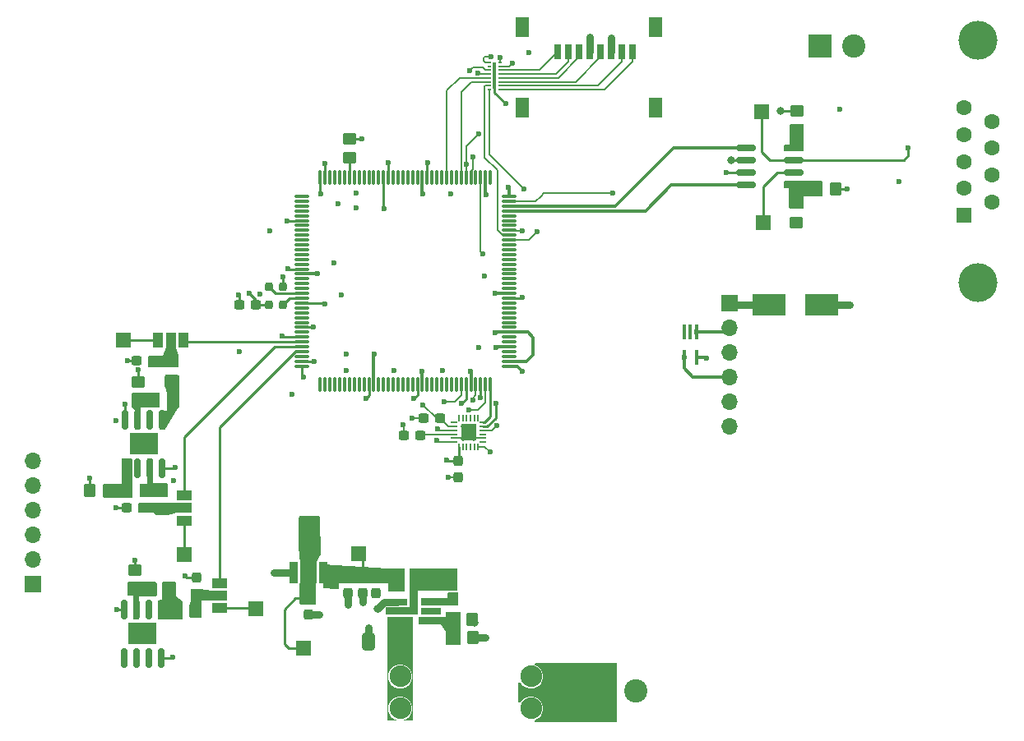
<source format=gtl>
G04 #@! TF.GenerationSoftware,KiCad,Pcbnew,(6.0.0-0)*
G04 #@! TF.CreationDate,2023-02-02T14:04:44-07:00*
G04 #@! TF.ProjectId,EVCU,45564355-2e6b-4696-9361-645f70636258,rev?*
G04 #@! TF.SameCoordinates,Original*
G04 #@! TF.FileFunction,Copper,L1,Top*
G04 #@! TF.FilePolarity,Positive*
%FSLAX46Y46*%
G04 Gerber Fmt 4.6, Leading zero omitted, Abs format (unit mm)*
G04 Created by KiCad (PCBNEW (6.0.0-0)) date 2023-02-02 14:04:44*
%MOMM*%
%LPD*%
G01*
G04 APERTURE LIST*
G04 Aperture macros list*
%AMRoundRect*
0 Rectangle with rounded corners*
0 $1 Rounding radius*
0 $2 $3 $4 $5 $6 $7 $8 $9 X,Y pos of 4 corners*
0 Add a 4 corners polygon primitive as box body*
4,1,4,$2,$3,$4,$5,$6,$7,$8,$9,$2,$3,0*
0 Add four circle primitives for the rounded corners*
1,1,$1+$1,$2,$3*
1,1,$1+$1,$4,$5*
1,1,$1+$1,$6,$7*
1,1,$1+$1,$8,$9*
0 Add four rect primitives between the rounded corners*
20,1,$1+$1,$2,$3,$4,$5,0*
20,1,$1+$1,$4,$5,$6,$7,0*
20,1,$1+$1,$6,$7,$8,$9,0*
20,1,$1+$1,$8,$9,$2,$3,0*%
%AMFreePoly0*
4,1,14,0.266715,0.088284,0.363284,-0.008285,0.375000,-0.036569,0.375000,-0.060000,0.363284,-0.088284,0.335000,-0.100000,-0.335000,-0.100000,-0.363284,-0.088284,-0.375000,-0.060000,-0.375000,0.060000,-0.363284,0.088284,-0.335000,0.100000,0.238431,0.100000,0.266715,0.088284,0.266715,0.088284,$1*%
%AMFreePoly1*
4,1,14,0.363284,0.088284,0.375000,0.060000,0.375000,0.036569,0.363284,0.008285,0.266715,-0.088284,0.238431,-0.100000,-0.335000,-0.100000,-0.363284,-0.088284,-0.375000,-0.060000,-0.375000,0.060000,-0.363284,0.088284,-0.335000,0.100000,0.335000,0.100000,0.363284,0.088284,0.363284,0.088284,$1*%
%AMFreePoly2*
4,1,14,0.088284,0.363284,0.100000,0.335000,0.100000,-0.335000,0.088284,-0.363284,0.060000,-0.375000,-0.060000,-0.375000,-0.088284,-0.363284,-0.100000,-0.335000,-0.100000,0.238431,-0.088284,0.266715,0.008285,0.363284,0.036569,0.375000,0.060000,0.375000,0.088284,0.363284,0.088284,0.363284,$1*%
%AMFreePoly3*
4,1,14,-0.008285,0.363284,0.088284,0.266715,0.100000,0.238431,0.100000,-0.335000,0.088284,-0.363284,0.060000,-0.375000,-0.060000,-0.375000,-0.088284,-0.363284,-0.100000,-0.335000,-0.100000,0.335000,-0.088284,0.363284,-0.060000,0.375000,-0.036569,0.375000,-0.008285,0.363284,-0.008285,0.363284,$1*%
%AMFreePoly4*
4,1,14,0.363284,0.088284,0.375000,0.060000,0.375000,-0.060000,0.363284,-0.088284,0.335000,-0.100000,-0.238431,-0.100000,-0.266715,-0.088284,-0.363284,0.008285,-0.375000,0.036569,-0.375000,0.060000,-0.363284,0.088284,-0.335000,0.100000,0.335000,0.100000,0.363284,0.088284,0.363284,0.088284,$1*%
%AMFreePoly5*
4,1,14,0.363284,0.088284,0.375000,0.060000,0.375000,-0.060000,0.363284,-0.088284,0.335000,-0.100000,-0.335000,-0.100000,-0.363284,-0.088284,-0.375000,-0.060000,-0.375000,-0.036569,-0.363284,-0.008285,-0.266715,0.088284,-0.238431,0.100000,0.335000,0.100000,0.363284,0.088284,0.363284,0.088284,$1*%
%AMFreePoly6*
4,1,14,0.088284,0.363284,0.100000,0.335000,0.100000,-0.238431,0.088284,-0.266715,-0.008285,-0.363284,-0.036569,-0.375000,-0.060000,-0.375000,-0.088284,-0.363284,-0.100000,-0.335000,-0.100000,0.335000,-0.088284,0.363284,-0.060000,0.375000,0.060000,0.375000,0.088284,0.363284,0.088284,0.363284,$1*%
%AMFreePoly7*
4,1,14,0.088284,0.363284,0.100000,0.335000,0.100000,-0.335000,0.088284,-0.363284,0.060000,-0.375000,0.036569,-0.375000,0.008285,-0.363284,-0.088284,-0.266715,-0.100000,-0.238431,-0.100000,0.335000,-0.088284,0.363284,-0.060000,0.375000,0.060000,0.375000,0.088284,0.363284,0.088284,0.363284,$1*%
%AMFreePoly8*
4,1,9,5.362500,-0.866500,1.237500,-0.866500,1.237500,-0.450000,-1.237500,-0.450000,-1.237500,0.450000,1.237500,0.450000,1.237500,0.866500,5.362500,0.866500,5.362500,-0.866500,5.362500,-0.866500,$1*%
G04 Aperture macros list end*
G04 #@! TA.AperFunction,SMDPad,CuDef*
%ADD10R,1.500000X1.500000*%
G04 #@! TD*
G04 #@! TA.AperFunction,SMDPad,CuDef*
%ADD11FreePoly0,270.000000*%
G04 #@! TD*
G04 #@! TA.AperFunction,SMDPad,CuDef*
%ADD12RoundRect,0.050000X-0.050000X0.325000X-0.050000X-0.325000X0.050000X-0.325000X0.050000X0.325000X0*%
G04 #@! TD*
G04 #@! TA.AperFunction,SMDPad,CuDef*
%ADD13FreePoly1,270.000000*%
G04 #@! TD*
G04 #@! TA.AperFunction,SMDPad,CuDef*
%ADD14FreePoly2,270.000000*%
G04 #@! TD*
G04 #@! TA.AperFunction,SMDPad,CuDef*
%ADD15RoundRect,0.050000X-0.325000X0.050000X-0.325000X-0.050000X0.325000X-0.050000X0.325000X0.050000X0*%
G04 #@! TD*
G04 #@! TA.AperFunction,SMDPad,CuDef*
%ADD16FreePoly3,270.000000*%
G04 #@! TD*
G04 #@! TA.AperFunction,SMDPad,CuDef*
%ADD17FreePoly4,270.000000*%
G04 #@! TD*
G04 #@! TA.AperFunction,SMDPad,CuDef*
%ADD18FreePoly5,270.000000*%
G04 #@! TD*
G04 #@! TA.AperFunction,SMDPad,CuDef*
%ADD19FreePoly6,270.000000*%
G04 #@! TD*
G04 #@! TA.AperFunction,SMDPad,CuDef*
%ADD20FreePoly7,270.000000*%
G04 #@! TD*
G04 #@! TA.AperFunction,ComponentPad*
%ADD21C,0.500000*%
G04 #@! TD*
G04 #@! TA.AperFunction,SMDPad,CuDef*
%ADD22R,1.600000X1.750000*%
G04 #@! TD*
G04 #@! TA.AperFunction,SMDPad,CuDef*
%ADD23RoundRect,0.237500X0.300000X0.237500X-0.300000X0.237500X-0.300000X-0.237500X0.300000X-0.237500X0*%
G04 #@! TD*
G04 #@! TA.AperFunction,SMDPad,CuDef*
%ADD24RoundRect,0.237500X0.237500X-0.300000X0.237500X0.300000X-0.237500X0.300000X-0.237500X-0.300000X0*%
G04 #@! TD*
G04 #@! TA.AperFunction,SMDPad,CuDef*
%ADD25R,0.400000X1.500000*%
G04 #@! TD*
G04 #@! TA.AperFunction,SMDPad,CuDef*
%ADD26R,1.000000X1.500000*%
G04 #@! TD*
G04 #@! TA.AperFunction,SMDPad,CuDef*
%ADD27RoundRect,0.250001X0.462499X0.849999X-0.462499X0.849999X-0.462499X-0.849999X0.462499X-0.849999X0*%
G04 #@! TD*
G04 #@! TA.AperFunction,SMDPad,CuDef*
%ADD28RoundRect,0.237500X-0.237500X0.300000X-0.237500X-0.300000X0.237500X-0.300000X0.237500X0.300000X0*%
G04 #@! TD*
G04 #@! TA.AperFunction,SMDPad,CuDef*
%ADD29R,0.900000X2.300000*%
G04 #@! TD*
G04 #@! TA.AperFunction,SMDPad,CuDef*
%ADD30FreePoly8,90.000000*%
G04 #@! TD*
G04 #@! TA.AperFunction,SMDPad,CuDef*
%ADD31RoundRect,0.250000X0.450000X-0.350000X0.450000X0.350000X-0.450000X0.350000X-0.450000X-0.350000X0*%
G04 #@! TD*
G04 #@! TA.AperFunction,SMDPad,CuDef*
%ADD32RoundRect,0.250000X0.350000X0.450000X-0.350000X0.450000X-0.350000X-0.450000X0.350000X-0.450000X0*%
G04 #@! TD*
G04 #@! TA.AperFunction,SMDPad,CuDef*
%ADD33R,1.500000X1.000000*%
G04 #@! TD*
G04 #@! TA.AperFunction,SMDPad,CuDef*
%ADD34RoundRect,0.250000X0.412500X0.650000X-0.412500X0.650000X-0.412500X-0.650000X0.412500X-0.650000X0*%
G04 #@! TD*
G04 #@! TA.AperFunction,SMDPad,CuDef*
%ADD35R,2.000000X0.650000*%
G04 #@! TD*
G04 #@! TA.AperFunction,SMDPad,CuDef*
%ADD36RoundRect,0.150000X-0.150000X0.825000X-0.150000X-0.825000X0.150000X-0.825000X0.150000X0.825000X0*%
G04 #@! TD*
G04 #@! TA.AperFunction,SMDPad,CuDef*
%ADD37R,3.000000X2.290000*%
G04 #@! TD*
G04 #@! TA.AperFunction,SMDPad,CuDef*
%ADD38RoundRect,0.250000X-0.450000X0.350000X-0.450000X-0.350000X0.450000X-0.350000X0.450000X0.350000X0*%
G04 #@! TD*
G04 #@! TA.AperFunction,ComponentPad*
%ADD39R,2.400000X2.400000*%
G04 #@! TD*
G04 #@! TA.AperFunction,ComponentPad*
%ADD40C,2.400000*%
G04 #@! TD*
G04 #@! TA.AperFunction,ComponentPad*
%ADD41C,2.235200*%
G04 #@! TD*
G04 #@! TA.AperFunction,SMDPad,CuDef*
%ADD42RoundRect,0.075000X-0.662500X-0.075000X0.662500X-0.075000X0.662500X0.075000X-0.662500X0.075000X0*%
G04 #@! TD*
G04 #@! TA.AperFunction,SMDPad,CuDef*
%ADD43RoundRect,0.075000X-0.075000X-0.662500X0.075000X-0.662500X0.075000X0.662500X-0.075000X0.662500X0*%
G04 #@! TD*
G04 #@! TA.AperFunction,ComponentPad*
%ADD44R,1.700000X1.700000*%
G04 #@! TD*
G04 #@! TA.AperFunction,ComponentPad*
%ADD45O,1.700000X1.700000*%
G04 #@! TD*
G04 #@! TA.AperFunction,SMDPad,CuDef*
%ADD46R,3.500000X2.300000*%
G04 #@! TD*
G04 #@! TA.AperFunction,SMDPad,CuDef*
%ADD47RoundRect,0.150000X-0.825000X-0.150000X0.825000X-0.150000X0.825000X0.150000X-0.825000X0.150000X0*%
G04 #@! TD*
G04 #@! TA.AperFunction,SMDPad,CuDef*
%ADD48R,0.800000X1.500000*%
G04 #@! TD*
G04 #@! TA.AperFunction,SMDPad,CuDef*
%ADD49R,1.450000X2.000000*%
G04 #@! TD*
G04 #@! TA.AperFunction,ComponentPad*
%ADD50C,4.000000*%
G04 #@! TD*
G04 #@! TA.AperFunction,ComponentPad*
%ADD51R,1.600000X1.600000*%
G04 #@! TD*
G04 #@! TA.AperFunction,ComponentPad*
%ADD52C,1.600000*%
G04 #@! TD*
G04 #@! TA.AperFunction,SMDPad,CuDef*
%ADD53RoundRect,0.200000X0.200000X0.250000X-0.200000X0.250000X-0.200000X-0.250000X0.200000X-0.250000X0*%
G04 #@! TD*
G04 #@! TA.AperFunction,SMDPad,CuDef*
%ADD54RoundRect,0.250000X-0.350000X-0.450000X0.350000X-0.450000X0.350000X0.450000X-0.350000X0.450000X0*%
G04 #@! TD*
G04 #@! TA.AperFunction,SMDPad,CuDef*
%ADD55R,0.450000X0.200000*%
G04 #@! TD*
G04 #@! TA.AperFunction,SMDPad,CuDef*
%ADD56R,0.300000X2.800000*%
G04 #@! TD*
G04 #@! TA.AperFunction,ViaPad*
%ADD57C,0.600000*%
G04 #@! TD*
G04 #@! TA.AperFunction,ViaPad*
%ADD58C,0.800000*%
G04 #@! TD*
G04 #@! TA.AperFunction,Conductor*
%ADD59C,0.250000*%
G04 #@! TD*
G04 #@! TA.AperFunction,Conductor*
%ADD60C,0.200000*%
G04 #@! TD*
G04 #@! TA.AperFunction,Conductor*
%ADD61C,0.300000*%
G04 #@! TD*
G04 #@! TA.AperFunction,Conductor*
%ADD62C,0.800000*%
G04 #@! TD*
G04 APERTURE END LIST*
D10*
X94041500Y-52918900D03*
X93838300Y-41514300D03*
D11*
X64703200Y-73023600D03*
D12*
X64303200Y-73023600D03*
X63903200Y-73023600D03*
X63503200Y-73023600D03*
X63103200Y-73023600D03*
D13*
X62703200Y-73023600D03*
D14*
X62203200Y-73523600D03*
D15*
X62203200Y-73923600D03*
X62203200Y-74323600D03*
X62203200Y-74723600D03*
X62203200Y-75123600D03*
D16*
X62203200Y-75523600D03*
D17*
X62703200Y-76023600D03*
D12*
X63103200Y-76023600D03*
X63503200Y-76023600D03*
X63903200Y-76023600D03*
X64303200Y-76023600D03*
D18*
X64703200Y-76023600D03*
D19*
X65203200Y-75523600D03*
D15*
X65203200Y-75123600D03*
X65203200Y-74723600D03*
X65203200Y-74323600D03*
X65203200Y-73923600D03*
D20*
X65203200Y-73523600D03*
D21*
X64253200Y-73898600D03*
D22*
X63703200Y-74523600D03*
D21*
X63153200Y-73898600D03*
X63153200Y-75148600D03*
X64253200Y-75148600D03*
D23*
X31282300Y-67132200D03*
X29557300Y-67132200D03*
D24*
X62084000Y-91620500D03*
X62084000Y-89895500D03*
D25*
X87187800Y-64151200D03*
X86537800Y-64151200D03*
X85887800Y-64151200D03*
X85887800Y-66811200D03*
X87187800Y-66811200D03*
D26*
X34361400Y-65024000D03*
X33061400Y-65024000D03*
X31761400Y-65024000D03*
D27*
X58674500Y-89742000D03*
X56349500Y-89742000D03*
D28*
X62611000Y-77445700D03*
X62611000Y-79170700D03*
D29*
X45744000Y-89018000D03*
D30*
X47244000Y-88930500D03*
D29*
X48744000Y-89018000D03*
D10*
X41799000Y-92684600D03*
D28*
X47221808Y-91615556D03*
X47221808Y-93340556D03*
D31*
X29708600Y-71332600D03*
X29708600Y-69332600D03*
D32*
X33299400Y-71170800D03*
X31299400Y-71170800D03*
X64100000Y-93823256D03*
X62100000Y-93823256D03*
D33*
X34458400Y-81021400D03*
X34458400Y-82321400D03*
X34458400Y-83621400D03*
D34*
X56534500Y-96092000D03*
X53409500Y-96092000D03*
D32*
X30480000Y-80518000D03*
X28480000Y-80518000D03*
D31*
X97500400Y-43358700D03*
X97500400Y-41358700D03*
D35*
X56388000Y-92014000D03*
X56388000Y-92964000D03*
X56388000Y-93914000D03*
X59808000Y-93914000D03*
X59808000Y-92964000D03*
X59808000Y-92014000D03*
D36*
X32172400Y-73242400D03*
X30902400Y-73242400D03*
X29632400Y-73242400D03*
X28362400Y-73242400D03*
X28362400Y-78192400D03*
X29632400Y-78192400D03*
X30902400Y-78192400D03*
X32172400Y-78192400D03*
D37*
X30267400Y-75717400D03*
D10*
X28194000Y-65024000D03*
D38*
X97449600Y-50883700D03*
X97449600Y-52883700D03*
D33*
X38065200Y-90063800D03*
X38065200Y-91363800D03*
X38065200Y-92663800D03*
D39*
X77425008Y-101176056D03*
D40*
X80925008Y-101176056D03*
D10*
X46736000Y-96799400D03*
D36*
X32045400Y-92800400D03*
X30775400Y-92800400D03*
X29505400Y-92800400D03*
X28235400Y-92800400D03*
X28235400Y-97750400D03*
X29505400Y-97750400D03*
X30775400Y-97750400D03*
X32045400Y-97750400D03*
D37*
X30140400Y-95275400D03*
D41*
X70132608Y-102993656D03*
X70132608Y-99691656D03*
X56670608Y-102993656D03*
X56670608Y-99691656D03*
D42*
X46538300Y-50203400D03*
X46538300Y-50703400D03*
X46538300Y-51203400D03*
X46538300Y-51703400D03*
X46538300Y-52203400D03*
X46538300Y-52703400D03*
X46538300Y-53203400D03*
X46538300Y-53703400D03*
X46538300Y-54203400D03*
X46538300Y-54703400D03*
X46538300Y-55203400D03*
X46538300Y-55703400D03*
X46538300Y-56203400D03*
X46538300Y-56703400D03*
X46538300Y-57203400D03*
X46538300Y-57703400D03*
X46538300Y-58203400D03*
X46538300Y-58703400D03*
X46538300Y-59203400D03*
X46538300Y-59703400D03*
X46538300Y-60203400D03*
X46538300Y-60703400D03*
X46538300Y-61203400D03*
X46538300Y-61703400D03*
X46538300Y-62203400D03*
X46538300Y-62703400D03*
X46538300Y-63203400D03*
X46538300Y-63703400D03*
X46538300Y-64203400D03*
X46538300Y-64703400D03*
X46538300Y-65203400D03*
X46538300Y-65703400D03*
X46538300Y-66203400D03*
X46538300Y-66703400D03*
X46538300Y-67203400D03*
X46538300Y-67703400D03*
D43*
X48450800Y-69615900D03*
X48950800Y-69615900D03*
X49450800Y-69615900D03*
X49950800Y-69615900D03*
X50450800Y-69615900D03*
X50950800Y-69615900D03*
X51450800Y-69615900D03*
X51950800Y-69615900D03*
X52450800Y-69615900D03*
X52950800Y-69615900D03*
X53450800Y-69615900D03*
X53950800Y-69615900D03*
X54450800Y-69615900D03*
X54950800Y-69615900D03*
X55450800Y-69615900D03*
X55950800Y-69615900D03*
X56450800Y-69615900D03*
X56950800Y-69615900D03*
X57450800Y-69615900D03*
X57950800Y-69615900D03*
X58450800Y-69615900D03*
X58950800Y-69615900D03*
X59450800Y-69615900D03*
X59950800Y-69615900D03*
X60450800Y-69615900D03*
X60950800Y-69615900D03*
X61450800Y-69615900D03*
X61950800Y-69615900D03*
X62450800Y-69615900D03*
X62950800Y-69615900D03*
X63450800Y-69615900D03*
X63950800Y-69615900D03*
X64450800Y-69615900D03*
X64950800Y-69615900D03*
X65450800Y-69615900D03*
X65950800Y-69615900D03*
D42*
X67863300Y-67703400D03*
X67863300Y-67203400D03*
X67863300Y-66703400D03*
X67863300Y-66203400D03*
X67863300Y-65703400D03*
X67863300Y-65203400D03*
X67863300Y-64703400D03*
X67863300Y-64203400D03*
X67863300Y-63703400D03*
X67863300Y-63203400D03*
X67863300Y-62703400D03*
X67863300Y-62203400D03*
X67863300Y-61703400D03*
X67863300Y-61203400D03*
X67863300Y-60703400D03*
X67863300Y-60203400D03*
X67863300Y-59703400D03*
X67863300Y-59203400D03*
X67863300Y-58703400D03*
X67863300Y-58203400D03*
X67863300Y-57703400D03*
X67863300Y-57203400D03*
X67863300Y-56703400D03*
X67863300Y-56203400D03*
X67863300Y-55703400D03*
X67863300Y-55203400D03*
X67863300Y-54703400D03*
X67863300Y-54203400D03*
X67863300Y-53703400D03*
X67863300Y-53203400D03*
X67863300Y-52703400D03*
X67863300Y-52203400D03*
X67863300Y-51703400D03*
X67863300Y-51203400D03*
X67863300Y-50703400D03*
X67863300Y-50203400D03*
D43*
X65950800Y-48290900D03*
X65450800Y-48290900D03*
X64950800Y-48290900D03*
X64450800Y-48290900D03*
X63950800Y-48290900D03*
X63450800Y-48290900D03*
X62950800Y-48290900D03*
X62450800Y-48290900D03*
X61950800Y-48290900D03*
X61450800Y-48290900D03*
X60950800Y-48290900D03*
X60450800Y-48290900D03*
X59950800Y-48290900D03*
X59450800Y-48290900D03*
X58950800Y-48290900D03*
X58450800Y-48290900D03*
X57950800Y-48290900D03*
X57450800Y-48290900D03*
X56950800Y-48290900D03*
X56450800Y-48290900D03*
X55950800Y-48290900D03*
X55450800Y-48290900D03*
X54950800Y-48290900D03*
X54450800Y-48290900D03*
X53950800Y-48290900D03*
X53450800Y-48290900D03*
X52950800Y-48290900D03*
X52450800Y-48290900D03*
X51950800Y-48290900D03*
X51450800Y-48290900D03*
X50950800Y-48290900D03*
X50450800Y-48290900D03*
X49950800Y-48290900D03*
X49450800Y-48290900D03*
X48950800Y-48290900D03*
X48450800Y-48290900D03*
D39*
X99862600Y-34738700D03*
D40*
X103362600Y-34738700D03*
D32*
X32969200Y-90652600D03*
X30969200Y-90652600D03*
D23*
X60806500Y-73075800D03*
X59081500Y-73075800D03*
D44*
X90551000Y-61188600D03*
D45*
X90551000Y-63728600D03*
X90551000Y-66268600D03*
X90551000Y-68808600D03*
X90551000Y-71348600D03*
X90551000Y-73888600D03*
D38*
X33163000Y-67224400D03*
X33163000Y-69224400D03*
D32*
X26720800Y-80518000D03*
X24720800Y-80518000D03*
D28*
X51285808Y-89380356D03*
X51285808Y-91105356D03*
D44*
X18837800Y-90170400D03*
D45*
X18837800Y-87630400D03*
X18837800Y-85090400D03*
X18837800Y-82550400D03*
X18837800Y-80010400D03*
X18837800Y-77470400D03*
D28*
X52842008Y-89387500D03*
X52842008Y-91112500D03*
D10*
X34433000Y-87096600D03*
D46*
X94658200Y-61366400D03*
X100058200Y-61366400D03*
D10*
X52410208Y-87066856D03*
D47*
X92256800Y-45203500D03*
X92256800Y-46473500D03*
X92256800Y-47743500D03*
X92256800Y-49013500D03*
X97206800Y-49013500D03*
X97206800Y-47743500D03*
X97206800Y-46473500D03*
X97206800Y-45203500D03*
D31*
X29327600Y-90763600D03*
X29327600Y-88763600D03*
D48*
X72922200Y-35331400D03*
X74022200Y-35331400D03*
X75122200Y-35331400D03*
X76222200Y-35331400D03*
X77322200Y-35331400D03*
X78422200Y-35331400D03*
X79522200Y-35331400D03*
X80622200Y-35331400D03*
D49*
X82997200Y-32731400D03*
X69247200Y-32731400D03*
X69247200Y-41031400D03*
X82997200Y-41031400D03*
D31*
X32045400Y-82407000D03*
X32045400Y-80407000D03*
D23*
X58749100Y-74828400D03*
X57024100Y-74828400D03*
D24*
X35677600Y-91210300D03*
X35677600Y-89485300D03*
D31*
X51460400Y-46237400D03*
X51460400Y-44237400D03*
D50*
X116162500Y-59116900D03*
X116162500Y-34116900D03*
D51*
X114742500Y-52156900D03*
D52*
X114742500Y-49386900D03*
X114742500Y-46616900D03*
X114742500Y-43846900D03*
X114742500Y-41076900D03*
X117582500Y-50771900D03*
X117582500Y-48001900D03*
X117582500Y-45231900D03*
X117582500Y-42461900D03*
D53*
X44616200Y-61377000D03*
X44616200Y-59527000D03*
X43166200Y-59527000D03*
X43166200Y-61377000D03*
D23*
X30240900Y-82296000D03*
X28515900Y-82296000D03*
D32*
X35610800Y-92938600D03*
X33610800Y-92938600D03*
D23*
X41807300Y-61391800D03*
X40082300Y-61391800D03*
D54*
X62122208Y-95703856D03*
X64122208Y-95703856D03*
D55*
X65825200Y-36394400D03*
X65825200Y-36794400D03*
X65825200Y-37194400D03*
X65825200Y-37594400D03*
X65825200Y-37994400D03*
X65825200Y-38394400D03*
X65825200Y-38794400D03*
X65825200Y-39194400D03*
X66976200Y-39194400D03*
X66976200Y-38794400D03*
X66976200Y-38394400D03*
X66976200Y-37994400D03*
X66976200Y-37594400D03*
X66976200Y-37194400D03*
X66976200Y-36794400D03*
X66976200Y-36394400D03*
D56*
X66400200Y-37794400D03*
D28*
X54210000Y-89387500D03*
X54210000Y-91112500D03*
D32*
X101497600Y-49419900D03*
X99497600Y-49419900D03*
D57*
X66471800Y-60171500D03*
D58*
X47244000Y-88823200D03*
D57*
X45058500Y-52705000D03*
X90220800Y-47777400D03*
D58*
X47244000Y-85223200D03*
D57*
X58901500Y-68199000D03*
X58954500Y-49961800D03*
X63905300Y-68199000D03*
X66979800Y-35890200D03*
X41173400Y-60223400D03*
X76222200Y-33782000D03*
D58*
X47244000Y-84023200D03*
D57*
X59029600Y-71678800D03*
X46685200Y-68860500D03*
D58*
X47244000Y-87623200D03*
D57*
X48159500Y-58166000D03*
X33274000Y-97713800D03*
X53973900Y-66497200D03*
X69265800Y-68225500D03*
X40106600Y-66167000D03*
X65532000Y-50038000D03*
X54989900Y-51460400D03*
X61468000Y-77393800D03*
X68225500Y-36449000D03*
X102717600Y-49453800D03*
X48515100Y-49987200D03*
X33477200Y-78181200D03*
X67818000Y-49276000D03*
D58*
X47244000Y-86423200D03*
D57*
X59486800Y-46736000D03*
X40055800Y-60325000D03*
X29708600Y-68072000D03*
X102920800Y-61366400D03*
X51130200Y-68173600D03*
X45135800Y-57658000D03*
X47752000Y-63703200D03*
X66548000Y-65786000D03*
D58*
X90720300Y-46473500D03*
D57*
X29353000Y-87706200D03*
X47802800Y-67233800D03*
X53409500Y-94695548D03*
X88239600Y-66852800D03*
D58*
X54210000Y-91112500D03*
D57*
X49860200Y-57099200D03*
X69265800Y-60629800D03*
X51260408Y-92274856D03*
X43653600Y-89018000D03*
X27473400Y-92786200D03*
X27448000Y-82270600D03*
X27448000Y-73304400D03*
X28311600Y-71602600D03*
D58*
X95844900Y-41361900D03*
D57*
X83031000Y-32570100D03*
X63017400Y-71526400D03*
X56032400Y-68173600D03*
X65433608Y-95703856D03*
X53162200Y-70993000D03*
X52146200Y-51409600D03*
X61874400Y-49936400D03*
D58*
X97449600Y-52848900D03*
D57*
X55448200Y-46761400D03*
D58*
X54311600Y-92713800D03*
D57*
X44535200Y-89018000D03*
X24704800Y-79273400D03*
X69162600Y-32519300D03*
X48339408Y-93341656D03*
X28565600Y-67157600D03*
X50241200Y-50952400D03*
X45542200Y-70612000D03*
X52171600Y-49860200D03*
X48945800Y-46786800D03*
X33315400Y-79527400D03*
X44602400Y-58521600D03*
X43256200Y-53771800D03*
X78422200Y-33823000D03*
X61010800Y-68173600D03*
X51130200Y-66497200D03*
X52842008Y-92019856D03*
X82904000Y-41053700D03*
X50647600Y-60325000D03*
X52755800Y-44246800D03*
X65913000Y-76555600D03*
X69951600Y-35407600D03*
X108011500Y-48677100D03*
X58089800Y-71018400D03*
X67564000Y-40665400D03*
X69264200Y-41079100D03*
X42240200Y-60274200D03*
X64770000Y-65786000D03*
X34560000Y-89331800D03*
X65379600Y-58420000D03*
X57937400Y-73075800D03*
X56997600Y-73736200D03*
X61620400Y-79146400D03*
X54210000Y-89488000D03*
D58*
X64297408Y-94128056D03*
X49501808Y-89337456D03*
D57*
X59848800Y-92967800D03*
X56445200Y-93907600D03*
X44526200Y-64592200D03*
X66419900Y-64287400D03*
X48921500Y-61315600D03*
X78536800Y-49885600D03*
X87187800Y-64151200D03*
X65201800Y-56108600D03*
X85887800Y-66811200D03*
X30902400Y-73253600D03*
X29632400Y-78232000D03*
X101904000Y-41190300D03*
X97206800Y-47743500D03*
X61188600Y-71348600D03*
X60426600Y-75336400D03*
X64135000Y-71221600D03*
X66598800Y-73863200D03*
X66502300Y-71551800D03*
X64924300Y-70967600D03*
X60502800Y-74142600D03*
X63747395Y-72233995D03*
X66065400Y-35788600D03*
X70764400Y-53848000D03*
X69392800Y-49479200D03*
X69240400Y-53721000D03*
X63855600Y-37211000D03*
X64185800Y-46101000D03*
X63477300Y-46863000D03*
X64693800Y-37467900D03*
X64712300Y-43789600D03*
X108966000Y-45248100D03*
X30800800Y-92887800D03*
D59*
X48450800Y-48290900D02*
X48450800Y-49922900D01*
X47221808Y-91615556D02*
X45900044Y-91615556D01*
X62703200Y-77353500D02*
X62611000Y-77445700D01*
X62703200Y-76023600D02*
X62703200Y-77353500D01*
X46538300Y-52703400D02*
X45060100Y-52703400D01*
X45060100Y-52703400D02*
X45058500Y-52705000D01*
X32045400Y-97750400D02*
X33237400Y-97750400D01*
X45186600Y-96799400D02*
X46736000Y-96799400D01*
X54950800Y-48290900D02*
X54950800Y-51421300D01*
D60*
X60426600Y-73075800D02*
X59029600Y-71678800D01*
X61654300Y-73923600D02*
X60806500Y-73075800D01*
D59*
X61519900Y-77445700D02*
X61468000Y-77393800D01*
D61*
X66503700Y-60203400D02*
X66471800Y-60171500D01*
D60*
X67880100Y-36794400D02*
X68225500Y-36449000D01*
D61*
X65450800Y-48290900D02*
X65450800Y-49956800D01*
X67863300Y-49321300D02*
X67818000Y-49276000D01*
D60*
X66976200Y-36794400D02*
X67880100Y-36794400D01*
D59*
X62611000Y-77445700D02*
X61519900Y-77445700D01*
X43166200Y-61377000D02*
X41822100Y-61377000D01*
X46538300Y-67703400D02*
X46538300Y-68713600D01*
D61*
X58950800Y-68248300D02*
X58901500Y-68199000D01*
D62*
X76222200Y-35331400D02*
X76222200Y-33782000D01*
D61*
X65450800Y-49956800D02*
X65532000Y-50038000D01*
D59*
X33466000Y-78192400D02*
X33477200Y-78181200D01*
X102683700Y-49419900D02*
X102717600Y-49453800D01*
X32172400Y-78192400D02*
X33466000Y-78192400D01*
D62*
X94658200Y-61366400D02*
X90728800Y-61366400D01*
D61*
X58950800Y-49958100D02*
X58954500Y-49961800D01*
D59*
X92256800Y-47743500D02*
X90254700Y-47743500D01*
X54950800Y-51421300D02*
X54989900Y-51460400D01*
X46538300Y-68713600D02*
X46685200Y-68860500D01*
D61*
X67863300Y-50203400D02*
X67863300Y-49321300D01*
X67863300Y-60203400D02*
X66503700Y-60203400D01*
D59*
X101497600Y-49419900D02*
X102683700Y-49419900D01*
D60*
X62203200Y-73923600D02*
X61654300Y-73923600D01*
D62*
X90728800Y-61366400D02*
X90551000Y-61188600D01*
D60*
X66976200Y-35893800D02*
X66979800Y-35890200D01*
D61*
X63950800Y-69615900D02*
X63950800Y-68244500D01*
D60*
X66976200Y-36394400D02*
X66976200Y-35893800D01*
D59*
X33237400Y-97750400D02*
X33274000Y-97713800D01*
D61*
X67863300Y-67703400D02*
X68743700Y-67703400D01*
X48122100Y-58203400D02*
X48159500Y-58166000D01*
D59*
X44754800Y-96367600D02*
X45186600Y-96799400D01*
X90254700Y-47743500D02*
X90220800Y-47777400D01*
D61*
X46538300Y-58203400D02*
X48122100Y-58203400D01*
D59*
X45900044Y-91615556D02*
X44754800Y-92760800D01*
D61*
X63950800Y-68244500D02*
X63905300Y-68199000D01*
X58950800Y-48290900D02*
X58950800Y-49958100D01*
D59*
X41807300Y-60857300D02*
X41173400Y-60223400D01*
D61*
X53950800Y-69615900D02*
X53950800Y-66520300D01*
D60*
X60806500Y-73075800D02*
X60426600Y-73075800D01*
D59*
X41807300Y-61391800D02*
X41807300Y-60857300D01*
D61*
X68743700Y-67703400D02*
X69265800Y-68225500D01*
X53950800Y-66520300D02*
X53973900Y-66497200D01*
D59*
X44754800Y-92760800D02*
X44754800Y-96367600D01*
X48450800Y-49922900D02*
X48515100Y-49987200D01*
D61*
X58950800Y-69615900D02*
X58950800Y-68248300D01*
D59*
X41822100Y-61377000D02*
X41807300Y-61391800D01*
X95848100Y-41358700D02*
X95844900Y-41361900D01*
X58450800Y-69615900D02*
X58450800Y-70657400D01*
D60*
X61644700Y-79170700D02*
X61620400Y-79146400D01*
D62*
X48338308Y-93340556D02*
X48339408Y-93341656D01*
D59*
X45181200Y-57703400D02*
X45135800Y-57658000D01*
X29327600Y-88763600D02*
X29327600Y-87731600D01*
D62*
X100058200Y-61366400D02*
X102920800Y-61366400D01*
D59*
X35677600Y-89485300D02*
X34713500Y-89485300D01*
D62*
X45744000Y-89018000D02*
X44535200Y-89018000D01*
D59*
X46538300Y-67203400D02*
X47772400Y-67203400D01*
X44616200Y-59527000D02*
X44616200Y-58535400D01*
X52746400Y-44237400D02*
X52755800Y-44246800D01*
D60*
X62611000Y-79170700D02*
X61644700Y-79170700D01*
D59*
X55450800Y-48290900D02*
X55450800Y-46764000D01*
X44616200Y-58535400D02*
X44602400Y-58521600D01*
X28591000Y-67132200D02*
X28565600Y-67157600D01*
X46538300Y-57703400D02*
X45181200Y-57703400D01*
X34713500Y-89485300D02*
X34560000Y-89331800D01*
X24720800Y-79289400D02*
X24704800Y-79273400D01*
X53450800Y-70704400D02*
X53162200Y-70993000D01*
D62*
X51285808Y-92249456D02*
X51260408Y-92274856D01*
X55011400Y-92014000D02*
X54311600Y-92713800D01*
D59*
X28235400Y-92800400D02*
X27487600Y-92800400D01*
X28362400Y-71653400D02*
X28311600Y-71602600D01*
X66400200Y-37794400D02*
X66400200Y-39501600D01*
X28515900Y-82296000D02*
X27473400Y-82296000D01*
D61*
X66630600Y-65703400D02*
X66548000Y-65786000D01*
D59*
X97500400Y-41358700D02*
X95848100Y-41358700D01*
X69192200Y-60703400D02*
X69265800Y-60629800D01*
D61*
X67863300Y-65703400D02*
X66630600Y-65703400D01*
D62*
X53409500Y-96092000D02*
X53409500Y-94695548D01*
X78422200Y-35331400D02*
X78422200Y-33823000D01*
D60*
X64278200Y-75123600D02*
X64253200Y-75148600D01*
D59*
X48950800Y-48290900D02*
X48950800Y-46791800D01*
X55450800Y-46764000D02*
X55448200Y-46761400D01*
D61*
X87187800Y-66811200D02*
X88198000Y-66811200D01*
D59*
X92256800Y-46473500D02*
X90720300Y-46473500D01*
X66400200Y-39501600D02*
X67564000Y-40665400D01*
D62*
X64122208Y-95703856D02*
X65433608Y-95703856D01*
D59*
X24720800Y-80518000D02*
X24720800Y-79289400D01*
D62*
X51285808Y-91105356D02*
X51285808Y-92249456D01*
D59*
X67863300Y-60703400D02*
X69192200Y-60703400D01*
X58450800Y-70657400D02*
X58089800Y-71018400D01*
D60*
X57024100Y-74828400D02*
X57024100Y-73762700D01*
D59*
X27473400Y-82296000D02*
X27448000Y-82270600D01*
X47772400Y-67203400D02*
X47802800Y-67233800D01*
D62*
X47221808Y-93340556D02*
X48338308Y-93340556D01*
D59*
X29327600Y-87731600D02*
X29353000Y-87706200D01*
D62*
X44535200Y-89018000D02*
X43653600Y-89018000D01*
D59*
X63450800Y-69615900D02*
X63450800Y-71093000D01*
X59450800Y-48290900D02*
X59450800Y-46772000D01*
D60*
X57024100Y-73762700D02*
X56997600Y-73736200D01*
D59*
X40082300Y-60351500D02*
X40055800Y-60325000D01*
X28362400Y-73242400D02*
X28362400Y-71653400D01*
D60*
X59081500Y-73075800D02*
X57937400Y-73075800D01*
D59*
X27487600Y-92800400D02*
X27473400Y-92786200D01*
D60*
X62203200Y-75123600D02*
X63128200Y-75123600D01*
D59*
X48950800Y-46791800D02*
X48945800Y-46786800D01*
X29708600Y-69332600D02*
X29708600Y-68072000D01*
X40082300Y-61391800D02*
X40082300Y-60351500D01*
X46538300Y-63703400D02*
X47751800Y-63703400D01*
X59450800Y-46772000D02*
X59486800Y-46736000D01*
D60*
X65381000Y-76023600D02*
X65913000Y-76555600D01*
D59*
X29557300Y-67132200D02*
X28591000Y-67132200D01*
D60*
X63128200Y-75123600D02*
X63153200Y-75148600D01*
D62*
X56388000Y-92014000D02*
X55011400Y-92014000D01*
D59*
X47751800Y-63703400D02*
X47752000Y-63703200D01*
D61*
X88198000Y-66811200D02*
X88239600Y-66852800D01*
D60*
X65203200Y-75123600D02*
X64278200Y-75123600D01*
D59*
X51460400Y-44237400D02*
X52746400Y-44237400D01*
D60*
X64703200Y-76023600D02*
X65381000Y-76023600D01*
D59*
X63450800Y-71093000D02*
X63017400Y-71526400D01*
X53450800Y-69615900D02*
X53450800Y-70704400D01*
D62*
X52842008Y-91112500D02*
X52842008Y-92019856D01*
D59*
X52842008Y-89387500D02*
X52842008Y-87498656D01*
X52842008Y-87498656D02*
X52410208Y-87066856D01*
X44637400Y-64703400D02*
X44526200Y-64592200D01*
X46538300Y-64703400D02*
X44637400Y-64703400D01*
D61*
X70358000Y-64770000D02*
X69791400Y-64203400D01*
X66503900Y-64203400D02*
X66419900Y-64287400D01*
X67863300Y-67203400D02*
X69702600Y-67203400D01*
X70358000Y-66548000D02*
X70358000Y-64770000D01*
X69791400Y-64203400D02*
X67863300Y-64203400D01*
X69702600Y-67203400D02*
X70358000Y-66548000D01*
X67863300Y-64203400D02*
X66503900Y-64203400D01*
D59*
X46538300Y-61203400D02*
X48809300Y-61203400D01*
X48809300Y-61203400D02*
X48921500Y-61315600D01*
D60*
X58853900Y-74723600D02*
X58749100Y-74828400D01*
X62203200Y-74723600D02*
X58853900Y-74723600D01*
D59*
X46538300Y-65203400D02*
X34540800Y-65203400D01*
X34540800Y-65203400D02*
X34361400Y-65024000D01*
X34412200Y-64973200D02*
X34361400Y-65024000D01*
X43770600Y-65703400D02*
X34458400Y-75015600D01*
X34458400Y-75015600D02*
X34458400Y-81021400D01*
X46538300Y-65703400D02*
X43770600Y-65703400D01*
D60*
X71170800Y-50165000D02*
X71450200Y-49885600D01*
D61*
X90551000Y-63728600D02*
X90128400Y-64151200D01*
D60*
X71450200Y-49885600D02*
X78536800Y-49885600D01*
D61*
X90128400Y-64151200D02*
X87187800Y-64151200D01*
D60*
X70632400Y-50703400D02*
X71170800Y-50165000D01*
X67863300Y-50703400D02*
X70632400Y-50703400D01*
X64950800Y-55857600D02*
X65201800Y-56108600D01*
X64950800Y-48290900D02*
X64950800Y-55857600D01*
D61*
X90551000Y-68808600D02*
X86766400Y-68808600D01*
X85887800Y-67930000D02*
X85887800Y-66811200D01*
X86766400Y-68808600D02*
X85887800Y-67930000D01*
D60*
X71059200Y-37194400D02*
X66976200Y-37194400D01*
X72922200Y-35331400D02*
X71059200Y-37194400D01*
X66976200Y-37594400D02*
X72709200Y-37594400D01*
X72709200Y-37594400D02*
X74022200Y-36281400D01*
X74022200Y-36281400D02*
X74022200Y-35331400D01*
X75122200Y-35834422D02*
X75122200Y-35331400D01*
X72962222Y-37994400D02*
X75122200Y-35834422D01*
X66976200Y-37994400D02*
X72962222Y-37994400D01*
X77322200Y-35834422D02*
X77322200Y-35331400D01*
X66976200Y-38394400D02*
X74762222Y-38394400D01*
X74762222Y-38394400D02*
X77322200Y-35834422D01*
X66976200Y-38794400D02*
X77009200Y-38794400D01*
X79522200Y-36281400D02*
X79522200Y-35331400D01*
X77009200Y-38794400D02*
X79522200Y-36281400D01*
X80622200Y-36281400D02*
X80622200Y-35331400D01*
X66976200Y-39194400D02*
X77709200Y-39194400D01*
X77709200Y-39194400D02*
X80622200Y-36281400D01*
D59*
X51450800Y-46247000D02*
X51460400Y-46237400D01*
X51450800Y-48290900D02*
X51450800Y-46247000D01*
X95483100Y-47743500D02*
X94041500Y-49185100D01*
X94041500Y-49185100D02*
X94041500Y-52918900D01*
X97206800Y-47743500D02*
X95483100Y-47743500D01*
X43867720Y-60228520D02*
X43166200Y-59527000D01*
X46538300Y-60203400D02*
X46513180Y-60228520D01*
X46513180Y-60228520D02*
X43867720Y-60228520D01*
X45289800Y-60703400D02*
X44616200Y-61377000D01*
X46538300Y-60703400D02*
X45289800Y-60703400D01*
D60*
X62331600Y-71348600D02*
X62950800Y-70729400D01*
X60613800Y-75523600D02*
X60426600Y-75336400D01*
X61188600Y-71348600D02*
X62331600Y-71348600D01*
X62950800Y-70729400D02*
X62950800Y-69615900D01*
X62203200Y-75523600D02*
X60613800Y-75523600D01*
X64135000Y-71221600D02*
X64135000Y-71012300D01*
X65203200Y-74323600D02*
X66138400Y-74323600D01*
X64450800Y-70696500D02*
X64450800Y-69615900D01*
X66138400Y-74323600D02*
X66598800Y-73863200D01*
X64135000Y-71012300D02*
X64450800Y-70696500D01*
D59*
X64924300Y-69642400D02*
X64950800Y-69615900D01*
X64924300Y-70967600D02*
X64924300Y-69642400D01*
X65203200Y-73923600D02*
X65610471Y-73923600D01*
X65610471Y-73923600D02*
X66502300Y-73031771D01*
X66502300Y-73031771D02*
X66502300Y-71551800D01*
D60*
X64697405Y-72233995D02*
X65450800Y-71480600D01*
X63747395Y-72233995D02*
X64697405Y-72233995D01*
X60683800Y-74323600D02*
X60502800Y-74142600D01*
X65450800Y-71480600D02*
X65450800Y-69615900D01*
X62203200Y-74323600D02*
X60683800Y-74323600D01*
D59*
X65363600Y-73523600D02*
X65950800Y-72936400D01*
X65203200Y-73523600D02*
X65363600Y-73523600D01*
X65950800Y-72936400D02*
X65950800Y-69615900D01*
D60*
X65278000Y-36271200D02*
X65401200Y-36394400D01*
X65278000Y-35915600D02*
X65278000Y-36271200D01*
X65405000Y-35788600D02*
X65278000Y-35915600D01*
X66065400Y-35788600D02*
X65405000Y-35788600D01*
X65401200Y-36394400D02*
X65825200Y-36394400D01*
X69909000Y-54703400D02*
X70764400Y-53848000D01*
X67863300Y-54703400D02*
X69909000Y-54703400D01*
X65373689Y-46196689D02*
X66675000Y-47498000D01*
X66675000Y-47498000D02*
X66675000Y-53679013D01*
X65825200Y-38794400D02*
X65447178Y-38794400D01*
X65447178Y-38794400D02*
X65373689Y-38867889D01*
X65373689Y-38867889D02*
X65373689Y-46196689D01*
X67199387Y-54203400D02*
X67863300Y-54203400D01*
X66675000Y-53679013D02*
X67199387Y-54203400D01*
X65825200Y-39194400D02*
X65825200Y-45911600D01*
X65825200Y-45911600D02*
X69392800Y-49479200D01*
X69240400Y-53721000D02*
X67880900Y-53721000D01*
X67880900Y-53721000D02*
X67863300Y-53703400D01*
D61*
X81900600Y-51703400D02*
X84582000Y-49022000D01*
X92248300Y-49022000D02*
X92256800Y-49013500D01*
X84582000Y-49022000D02*
X92248300Y-49022000D01*
X67863300Y-51703400D02*
X81900600Y-51703400D01*
X67863300Y-51203400D02*
X78844600Y-51203400D01*
X84844500Y-45203500D02*
X92256800Y-45203500D01*
X78844600Y-51203400D02*
X84844500Y-45203500D01*
D60*
X64185800Y-47391987D02*
X63950800Y-47626987D01*
X65447178Y-37194400D02*
X65825200Y-37194400D01*
X64160400Y-36906200D02*
X65158978Y-36906200D01*
X63950800Y-47626987D02*
X63950800Y-48290900D01*
X63855600Y-37211000D02*
X64160400Y-36906200D01*
X65158978Y-36906200D02*
X65447178Y-37194400D01*
X64185800Y-46101000D02*
X64185800Y-47391987D01*
X63450800Y-46889500D02*
X63450800Y-48290900D01*
X63477300Y-45024600D02*
X63477300Y-46863000D01*
X63477300Y-46863000D02*
X63450800Y-46889500D01*
X65825200Y-37594400D02*
X64820300Y-37594400D01*
X64820300Y-37594400D02*
X64693800Y-37467900D01*
X64712300Y-43789600D02*
X63477300Y-45024600D01*
X65825200Y-38394400D02*
X63993000Y-38394400D01*
X62950800Y-39436600D02*
X62950800Y-48290900D01*
X63993000Y-38394400D02*
X62950800Y-39436600D01*
X62767400Y-37994400D02*
X61450800Y-39311000D01*
X61450800Y-39311000D02*
X61450800Y-48290900D01*
X65825200Y-37994400D02*
X62767400Y-37994400D01*
D59*
X97206800Y-46473500D02*
X94708100Y-46473500D01*
X108487900Y-46473500D02*
X108966000Y-45995400D01*
X94708100Y-46473500D02*
X93838300Y-45603700D01*
X93838300Y-45603700D02*
X93838300Y-41514300D01*
X97206800Y-46473500D02*
X108487900Y-46473500D01*
X108966000Y-45995400D02*
X108966000Y-45248100D01*
X31646100Y-65024000D02*
X28805900Y-65024000D01*
X34458400Y-83621400D02*
X34458400Y-87071200D01*
X34458400Y-87071200D02*
X34433000Y-87096600D01*
X45839031Y-66203400D02*
X38065200Y-73977231D01*
X38065200Y-73977231D02*
X38065200Y-90063800D01*
X46538300Y-66203400D02*
X45839031Y-66203400D01*
X38065200Y-92663800D02*
X41778200Y-92663800D01*
X41778200Y-92663800D02*
X41799000Y-92684600D01*
G04 #@! TA.AperFunction,Conductor*
G36*
X62896981Y-93064683D02*
G01*
X62900408Y-93072956D01*
X62900408Y-96427756D01*
X62896981Y-96436029D01*
X62888708Y-96439456D01*
X61388108Y-96439456D01*
X61379835Y-96436029D01*
X61376408Y-96427756D01*
X61376408Y-95093256D01*
X60868408Y-94331256D01*
X58594108Y-94331256D01*
X58585835Y-94327829D01*
X58582408Y-94319556D01*
X58582408Y-93580956D01*
X58585835Y-93572683D01*
X58594108Y-93569256D01*
X61376408Y-93569256D01*
X61376408Y-93072956D01*
X61379835Y-93064683D01*
X61388108Y-93061256D01*
X62888708Y-93061256D01*
X62896981Y-93064683D01*
G37*
G04 #@! TD.AperFunction*
G04 #@! TA.AperFunction,Conductor*
G36*
X31555721Y-89961402D02*
G01*
X31602214Y-90015058D01*
X31613600Y-90067400D01*
X31613600Y-91288600D01*
X31593598Y-91356721D01*
X31539942Y-91403214D01*
X31487600Y-91414600D01*
X29810200Y-91414600D01*
X29810200Y-93676200D01*
X29790198Y-93744321D01*
X29736542Y-93790814D01*
X29684200Y-93802200D01*
X29326600Y-93802200D01*
X29258479Y-93782198D01*
X29211986Y-93728542D01*
X29200600Y-93676200D01*
X29200600Y-91389200D01*
X28742400Y-91389200D01*
X28674279Y-91369198D01*
X28627786Y-91315542D01*
X28616400Y-91263200D01*
X28616400Y-90067400D01*
X28636402Y-89999279D01*
X28690058Y-89952786D01*
X28742400Y-89941400D01*
X31487600Y-89941400D01*
X31555721Y-89961402D01*
G37*
G04 #@! TD.AperFunction*
G04 #@! TA.AperFunction,Conductor*
G36*
X36171140Y-90654545D02*
G01*
X37303200Y-90855800D01*
X38701200Y-90855800D01*
X38769321Y-90875802D01*
X38815814Y-90929458D01*
X38827200Y-90981800D01*
X38827200Y-91745800D01*
X38807198Y-91813921D01*
X38753542Y-91860414D01*
X38701200Y-91871800D01*
X36261800Y-91871800D01*
X36261613Y-91884889D01*
X36238174Y-93525600D01*
X36217201Y-93593428D01*
X36162887Y-93639150D01*
X36112187Y-93649800D01*
X35117800Y-93649800D01*
X35049679Y-93629798D01*
X35003186Y-93576142D01*
X34991800Y-93523800D01*
X34991800Y-92278001D01*
X35001492Y-92229539D01*
X35114003Y-91959514D01*
X35114003Y-91959512D01*
X35118800Y-91948000D01*
X35118800Y-90778600D01*
X35138802Y-90710479D01*
X35192458Y-90663986D01*
X35244800Y-90652600D01*
X36149087Y-90652600D01*
X36171140Y-90654545D01*
G37*
G04 #@! TD.AperFunction*
G04 #@! TA.AperFunction,Conductor*
G36*
X62588573Y-88602427D02*
G01*
X62592000Y-88610700D01*
X62592000Y-90847900D01*
X62588573Y-90856173D01*
X62580300Y-90859600D01*
X58528000Y-90859600D01*
X58528000Y-93311700D01*
X58524573Y-93319973D01*
X58516300Y-93323400D01*
X55237700Y-93323400D01*
X55229427Y-93319973D01*
X55226000Y-93311700D01*
X55226000Y-92553200D01*
X55229427Y-92544927D01*
X55237700Y-92541500D01*
X56424202Y-92541500D01*
X56463565Y-92536108D01*
X56465154Y-92536000D01*
X57664400Y-92536000D01*
X57664400Y-88610700D01*
X57667827Y-88602427D01*
X57676100Y-88599000D01*
X62580300Y-88599000D01*
X62588573Y-88602427D01*
G37*
G04 #@! TD.AperFunction*
G04 #@! TA.AperFunction,Conductor*
G36*
X78936121Y-98318002D02*
G01*
X78982614Y-98371658D01*
X78994000Y-98424000D01*
X78994000Y-104268000D01*
X78973998Y-104336121D01*
X78920342Y-104382614D01*
X78868000Y-104394000D01*
X70644067Y-104394000D01*
X70575946Y-104373998D01*
X70529453Y-104320342D01*
X70519349Y-104250068D01*
X70548843Y-104185488D01*
X70590817Y-104153805D01*
X70752549Y-104078389D01*
X70752554Y-104078386D01*
X70757536Y-104076063D01*
X70762045Y-104072906D01*
X70931489Y-103954260D01*
X70931492Y-103954258D01*
X70936000Y-103951101D01*
X71090053Y-103797048D01*
X71151399Y-103709438D01*
X71211858Y-103623093D01*
X71211859Y-103623091D01*
X71215015Y-103618584D01*
X71217338Y-103613602D01*
X71217341Y-103613597D01*
X71304765Y-103426114D01*
X71304765Y-103426113D01*
X71307088Y-103421132D01*
X71363476Y-103210691D01*
X71382464Y-102993656D01*
X71363476Y-102776621D01*
X71307088Y-102566180D01*
X71304765Y-102561198D01*
X71217341Y-102373715D01*
X71217338Y-102373710D01*
X71215015Y-102368728D01*
X71172878Y-102308550D01*
X71093212Y-102194775D01*
X71093210Y-102194772D01*
X71090053Y-102190264D01*
X70936000Y-102036211D01*
X70931492Y-102033054D01*
X70931489Y-102033052D01*
X70762045Y-101914406D01*
X70762043Y-101914405D01*
X70757536Y-101911249D01*
X70752554Y-101908926D01*
X70752549Y-101908923D01*
X70565066Y-101821499D01*
X70565065Y-101821499D01*
X70560084Y-101819176D01*
X70554776Y-101817754D01*
X70554774Y-101817753D01*
X70354958Y-101764212D01*
X70354956Y-101764212D01*
X70349643Y-101762788D01*
X70132608Y-101743800D01*
X69915573Y-101762788D01*
X69910260Y-101764212D01*
X69910258Y-101764212D01*
X69710442Y-101817753D01*
X69710440Y-101817754D01*
X69705132Y-101819176D01*
X69700151Y-101821499D01*
X69700150Y-101821499D01*
X69512667Y-101908923D01*
X69512662Y-101908926D01*
X69507680Y-101911249D01*
X69503173Y-101914405D01*
X69503171Y-101914406D01*
X69333727Y-102033052D01*
X69333724Y-102033054D01*
X69329216Y-102036211D01*
X69175163Y-102190264D01*
X69172006Y-102194772D01*
X69172004Y-102194775D01*
X69063213Y-102350145D01*
X69007756Y-102394473D01*
X68937137Y-102401782D01*
X68873776Y-102369751D01*
X68837791Y-102308550D01*
X68834000Y-102277874D01*
X68834000Y-100407438D01*
X68854002Y-100339317D01*
X68907658Y-100292824D01*
X68977932Y-100282720D01*
X69042512Y-100312214D01*
X69063213Y-100335167D01*
X69175163Y-100495048D01*
X69329216Y-100649101D01*
X69333724Y-100652258D01*
X69333727Y-100652260D01*
X69503171Y-100770906D01*
X69507680Y-100774063D01*
X69512662Y-100776386D01*
X69512667Y-100776389D01*
X69700150Y-100863813D01*
X69705132Y-100866136D01*
X69710440Y-100867558D01*
X69710442Y-100867559D01*
X69910258Y-100921100D01*
X69910260Y-100921100D01*
X69915573Y-100922524D01*
X70132608Y-100941512D01*
X70349643Y-100922524D01*
X70354956Y-100921100D01*
X70354958Y-100921100D01*
X70554774Y-100867559D01*
X70554776Y-100867558D01*
X70560084Y-100866136D01*
X70565066Y-100863813D01*
X70752549Y-100776389D01*
X70752554Y-100776386D01*
X70757536Y-100774063D01*
X70762045Y-100770906D01*
X70931489Y-100652260D01*
X70931492Y-100652258D01*
X70936000Y-100649101D01*
X71090053Y-100495048D01*
X71151399Y-100407438D01*
X71211858Y-100321093D01*
X71211859Y-100321091D01*
X71215015Y-100316584D01*
X71217338Y-100311602D01*
X71217341Y-100311597D01*
X71304765Y-100124114D01*
X71304765Y-100124113D01*
X71307088Y-100119132D01*
X71363476Y-99908691D01*
X71382464Y-99691656D01*
X71363476Y-99474621D01*
X71307088Y-99264180D01*
X71304765Y-99259198D01*
X71217341Y-99071715D01*
X71217338Y-99071710D01*
X71215015Y-99066728D01*
X71172878Y-99006550D01*
X71093212Y-98892775D01*
X71093210Y-98892772D01*
X71090053Y-98888264D01*
X70936000Y-98734211D01*
X70931492Y-98731054D01*
X70931489Y-98731052D01*
X70762045Y-98612406D01*
X70762043Y-98612405D01*
X70757536Y-98609249D01*
X70752554Y-98606926D01*
X70752549Y-98606923D01*
X70605160Y-98538195D01*
X70551875Y-98491278D01*
X70532414Y-98423000D01*
X70552956Y-98355041D01*
X70606979Y-98308975D01*
X70658410Y-98298000D01*
X78868000Y-98298000D01*
X78936121Y-98318002D01*
G37*
G04 #@! TD.AperFunction*
G04 #@! TA.AperFunction,Conductor*
G36*
X31149321Y-77236002D02*
G01*
X31195814Y-77289658D01*
X31207200Y-77342000D01*
X31207200Y-79781400D01*
X32656000Y-79781400D01*
X32724121Y-79801402D01*
X32770614Y-79855058D01*
X32782000Y-79907400D01*
X32782000Y-81103200D01*
X32761998Y-81171321D01*
X32708342Y-81217814D01*
X32656000Y-81229200D01*
X29987000Y-81229200D01*
X29918879Y-81209198D01*
X29872386Y-81155542D01*
X29861000Y-81103200D01*
X29861000Y-79932800D01*
X29881002Y-79864679D01*
X29934658Y-79818186D01*
X29987000Y-79806800D01*
X30597600Y-79806800D01*
X30597600Y-77342000D01*
X30617602Y-77273879D01*
X30671258Y-77227386D01*
X30723600Y-77216000D01*
X31081200Y-77216000D01*
X31149321Y-77236002D01*
G37*
G04 #@! TD.AperFunction*
G04 #@! TA.AperFunction,Conductor*
G36*
X62617581Y-91058083D02*
G01*
X62621008Y-91066356D01*
X62621008Y-92363756D01*
X62617581Y-92372029D01*
X62609308Y-92375456D01*
X58797308Y-92375456D01*
X58789035Y-92372029D01*
X58785608Y-92363756D01*
X58785608Y-91658700D01*
X58789035Y-91650427D01*
X58797308Y-91647000D01*
X61576000Y-91647000D01*
X61576000Y-91066356D01*
X61579427Y-91058083D01*
X61587700Y-91054656D01*
X62609308Y-91054656D01*
X62617581Y-91058083D01*
G37*
G04 #@! TD.AperFunction*
G04 #@! TA.AperFunction,Conductor*
G36*
X98174621Y-42753502D02*
G01*
X98221114Y-42807158D01*
X98232500Y-42859500D01*
X98232500Y-45401500D01*
X98212498Y-45469621D01*
X98158842Y-45516114D01*
X98106500Y-45527500D01*
X96301100Y-45527500D01*
X96232979Y-45507498D01*
X96186486Y-45453842D01*
X96175100Y-45401500D01*
X96175100Y-44993100D01*
X96195102Y-44924979D01*
X96248758Y-44878486D01*
X96301100Y-44867100D01*
X96784700Y-44867100D01*
X96784700Y-42859500D01*
X96804702Y-42791379D01*
X96858358Y-42744886D01*
X96910700Y-42733500D01*
X98106500Y-42733500D01*
X98174621Y-42753502D01*
G37*
G04 #@! TD.AperFunction*
G04 #@! TA.AperFunction,Conductor*
G36*
X33867121Y-68625402D02*
G01*
X33913614Y-68679058D01*
X33925000Y-68731400D01*
X33925000Y-71846459D01*
X33906428Y-71912301D01*
X33695079Y-72257135D01*
X32514070Y-74184043D01*
X32461419Y-74231670D01*
X32406642Y-74244200D01*
X31993600Y-74244200D01*
X31925479Y-74224198D01*
X31878986Y-74170542D01*
X31867600Y-74118200D01*
X31867600Y-72389000D01*
X31887602Y-72320879D01*
X31941258Y-72274386D01*
X31993600Y-72263000D01*
X32680400Y-72263000D01*
X32680400Y-70485000D01*
X32458266Y-69818598D01*
X32451800Y-69778753D01*
X32451800Y-68731400D01*
X32471802Y-68663279D01*
X32525458Y-68616786D01*
X32577800Y-68605400D01*
X33799000Y-68605400D01*
X33867121Y-68625402D01*
G37*
G04 #@! TD.AperFunction*
G04 #@! TA.AperFunction,Conductor*
G36*
X57987888Y-93548326D02*
G01*
X57991418Y-93556691D01*
X57995330Y-98027014D01*
X58000766Y-104237861D01*
X58000778Y-104251661D01*
X57997358Y-104259937D01*
X57988797Y-104263368D01*
X56926445Y-104237861D01*
X56918257Y-104234236D01*
X56915029Y-104225883D01*
X56918654Y-104217695D01*
X56923698Y-104214863D01*
X57097585Y-104168270D01*
X57097588Y-104168269D01*
X57098084Y-104168136D01*
X57098544Y-104167921D01*
X57098548Y-104167920D01*
X57206776Y-104117452D01*
X57295536Y-104076063D01*
X57474000Y-103951101D01*
X57628053Y-103797048D01*
X57753015Y-103618584D01*
X57845088Y-103421132D01*
X57901476Y-103210691D01*
X57920464Y-102993656D01*
X57901476Y-102776621D01*
X57845088Y-102566180D01*
X57753015Y-102368728D01*
X57628053Y-102190264D01*
X57474000Y-102036211D01*
X57295536Y-101911249D01*
X57206776Y-101869860D01*
X57098548Y-101819392D01*
X57098544Y-101819391D01*
X57098084Y-101819176D01*
X57097588Y-101819043D01*
X57097585Y-101819042D01*
X56888137Y-101762920D01*
X56888133Y-101762919D01*
X56887643Y-101762788D01*
X56887139Y-101762744D01*
X56887134Y-101762743D01*
X56671122Y-101743845D01*
X56670608Y-101743800D01*
X56670094Y-101743845D01*
X56454082Y-101762743D01*
X56454077Y-101762744D01*
X56453573Y-101762788D01*
X56453083Y-101762919D01*
X56453079Y-101762920D01*
X56243631Y-101819042D01*
X56243628Y-101819043D01*
X56243132Y-101819176D01*
X56242672Y-101819391D01*
X56242668Y-101819392D01*
X56134440Y-101869860D01*
X56045680Y-101911249D01*
X55867216Y-102036211D01*
X55713163Y-102190264D01*
X55588201Y-102368728D01*
X55496128Y-102566180D01*
X55439740Y-102776621D01*
X55420752Y-102993656D01*
X55439740Y-103210691D01*
X55496128Y-103421132D01*
X55588201Y-103618584D01*
X55713163Y-103797048D01*
X55867216Y-103951101D01*
X56045680Y-104076063D01*
X56134440Y-104117452D01*
X56242668Y-104167920D01*
X56242672Y-104167921D01*
X56243132Y-104168136D01*
X56243628Y-104168269D01*
X56243631Y-104168270D01*
X56367106Y-104201355D01*
X56374211Y-104206806D01*
X56375379Y-104215684D01*
X56369928Y-104222789D01*
X56363798Y-104224353D01*
X55336755Y-104199694D01*
X55328567Y-104196069D01*
X55325336Y-104187966D01*
X55337059Y-99691656D01*
X55420752Y-99691656D01*
X55439740Y-99908691D01*
X55496128Y-100119132D01*
X55588201Y-100316584D01*
X55713163Y-100495048D01*
X55867216Y-100649101D01*
X56045680Y-100774063D01*
X56134440Y-100815452D01*
X56242668Y-100865920D01*
X56242672Y-100865921D01*
X56243132Y-100866136D01*
X56243628Y-100866269D01*
X56243631Y-100866270D01*
X56453079Y-100922392D01*
X56453083Y-100922393D01*
X56453573Y-100922524D01*
X56454077Y-100922568D01*
X56454082Y-100922569D01*
X56670094Y-100941467D01*
X56670608Y-100941512D01*
X56671122Y-100941467D01*
X56887134Y-100922569D01*
X56887139Y-100922568D01*
X56887643Y-100922524D01*
X56888133Y-100922393D01*
X56888137Y-100922392D01*
X57097585Y-100866270D01*
X57097588Y-100866269D01*
X57098084Y-100866136D01*
X57098544Y-100865921D01*
X57098548Y-100865920D01*
X57206776Y-100815452D01*
X57295536Y-100774063D01*
X57474000Y-100649101D01*
X57628053Y-100495048D01*
X57753015Y-100316584D01*
X57845088Y-100119132D01*
X57901476Y-99908691D01*
X57920464Y-99691656D01*
X57901476Y-99474621D01*
X57845088Y-99264180D01*
X57753015Y-99066728D01*
X57628053Y-98888264D01*
X57474000Y-98734211D01*
X57295536Y-98609249D01*
X57206776Y-98567860D01*
X57098548Y-98517392D01*
X57098544Y-98517391D01*
X57098084Y-98517176D01*
X57097588Y-98517043D01*
X57097585Y-98517042D01*
X56888137Y-98460920D01*
X56888133Y-98460919D01*
X56887643Y-98460788D01*
X56887139Y-98460744D01*
X56887134Y-98460743D01*
X56671122Y-98441845D01*
X56670608Y-98441800D01*
X56670094Y-98441845D01*
X56454082Y-98460743D01*
X56454077Y-98460744D01*
X56453573Y-98460788D01*
X56453083Y-98460919D01*
X56453079Y-98460920D01*
X56243631Y-98517042D01*
X56243628Y-98517043D01*
X56243132Y-98517176D01*
X56242672Y-98517391D01*
X56242668Y-98517392D01*
X56134440Y-98567860D01*
X56045680Y-98609249D01*
X55867216Y-98734211D01*
X55713163Y-98888264D01*
X55588201Y-99066728D01*
X55496128Y-99264180D01*
X55439740Y-99474621D01*
X55420752Y-99691656D01*
X55337059Y-99691656D01*
X55352970Y-93588926D01*
X55356418Y-93580662D01*
X55364526Y-93577258D01*
X57979574Y-93545002D01*
X57987888Y-93548326D01*
G37*
G04 #@! TD.AperFunction*
G04 #@! TA.AperFunction,Conductor*
G36*
X55353000Y-88599000D02*
G01*
X57093900Y-88599000D01*
X57102173Y-88602427D01*
X57105600Y-88610700D01*
X57105600Y-90924100D01*
X57102173Y-90932373D01*
X57093900Y-90935800D01*
X55440900Y-90935800D01*
X55432627Y-90932373D01*
X55429200Y-90924100D01*
X55429200Y-90072200D01*
X55426848Y-90072220D01*
X50348336Y-90115836D01*
X50346008Y-90115856D01*
X50346008Y-90637371D01*
X50342581Y-90645644D01*
X50334125Y-90649070D01*
X50161503Y-90646367D01*
X48735117Y-90624036D01*
X48726898Y-90620480D01*
X48723600Y-90612337D01*
X48723600Y-88827546D01*
X48720466Y-88147261D01*
X48723855Y-88138972D01*
X48732982Y-88135536D01*
X55353000Y-88599000D01*
G37*
G04 #@! TD.AperFunction*
G04 #@! TA.AperFunction,Conductor*
G36*
X33536921Y-89936002D02*
G01*
X33583414Y-89989658D01*
X33594800Y-90042000D01*
X33594800Y-91389200D01*
X33603082Y-91395707D01*
X34257846Y-91910165D01*
X34299052Y-91967979D01*
X34306000Y-92009241D01*
X34306000Y-93676200D01*
X34285998Y-93744321D01*
X34232342Y-93790814D01*
X34180000Y-93802200D01*
X31841200Y-93802200D01*
X31773079Y-93782198D01*
X31726586Y-93728542D01*
X31715200Y-93676200D01*
X31715200Y-91947000D01*
X31735202Y-91878879D01*
X31788858Y-91832386D01*
X31841200Y-91821000D01*
X32172400Y-91821000D01*
X32172400Y-90042000D01*
X32192402Y-89973879D01*
X32246058Y-89927386D01*
X32298400Y-89916000D01*
X33468800Y-89916000D01*
X33536921Y-89936002D01*
G37*
G04 #@! TD.AperFunction*
G04 #@! TA.AperFunction,Conductor*
G36*
X29041121Y-77210602D02*
G01*
X29087614Y-77264258D01*
X29099000Y-77316600D01*
X29099000Y-81154000D01*
X29078998Y-81222121D01*
X29025342Y-81268614D01*
X28973000Y-81280000D01*
X26227800Y-81280000D01*
X26159679Y-81259998D01*
X26113186Y-81206342D01*
X26101800Y-81154000D01*
X26101800Y-79932800D01*
X26121802Y-79864679D01*
X26175458Y-79818186D01*
X26227800Y-79806800D01*
X28006800Y-79806800D01*
X28006800Y-77316600D01*
X28026802Y-77248479D01*
X28080458Y-77201986D01*
X28132800Y-77190600D01*
X28973000Y-77190600D01*
X29041121Y-77210602D01*
G37*
G04 #@! TD.AperFunction*
G04 #@! TA.AperFunction,Conductor*
G36*
X35162521Y-81808002D02*
G01*
X35209014Y-81861658D01*
X35220400Y-81914000D01*
X35220400Y-82703400D01*
X35200398Y-82771521D01*
X35146742Y-82818014D01*
X35094400Y-82829400D01*
X33721800Y-82829400D01*
X33070749Y-82962949D01*
X32743729Y-83030030D01*
X32718410Y-83032600D01*
X31513672Y-83032600D01*
X31445551Y-83012598D01*
X31400974Y-82962949D01*
X31316901Y-82794802D01*
X31308800Y-82778600D01*
X29809200Y-82778600D01*
X29741079Y-82758598D01*
X29694586Y-82704942D01*
X29683200Y-82652600D01*
X29683200Y-81914000D01*
X29703202Y-81845879D01*
X29756858Y-81799386D01*
X29809200Y-81788000D01*
X35094400Y-81788000D01*
X35162521Y-81808002D01*
G37*
G04 #@! TD.AperFunction*
G04 #@! TA.AperFunction,Conductor*
G36*
X48331759Y-83179602D02*
G01*
X48378252Y-83233258D01*
X48389610Y-83282934D01*
X48471938Y-87172733D01*
X48453669Y-87240790D01*
X48190131Y-87674853D01*
X48040915Y-87920621D01*
X48039145Y-88014576D01*
X47960737Y-92176629D01*
X47939455Y-92244361D01*
X47884933Y-92289835D01*
X47834759Y-92300256D01*
X46460214Y-92300256D01*
X46392093Y-92280254D01*
X46345600Y-92226598D01*
X46334222Y-92172858D01*
X46380360Y-88014576D01*
X46380400Y-88011000D01*
X46213847Y-86392763D01*
X46213195Y-86378289D01*
X46251846Y-83284026D01*
X46272697Y-83216161D01*
X46326929Y-83170342D01*
X46377836Y-83159600D01*
X48263638Y-83159600D01*
X48331759Y-83179602D01*
G37*
G04 #@! TD.AperFunction*
G04 #@! TA.AperFunction,Conductor*
G36*
X33536921Y-64282002D02*
G01*
X33583414Y-64335658D01*
X33594800Y-64388000D01*
X33594800Y-65786000D01*
X33598198Y-65795885D01*
X33867357Y-66578893D01*
X33874200Y-66619853D01*
X33874200Y-67717400D01*
X33854198Y-67785521D01*
X33800542Y-67832014D01*
X33748200Y-67843400D01*
X30850600Y-67843400D01*
X30782479Y-67823398D01*
X30735986Y-67769742D01*
X30724600Y-67717400D01*
X30724600Y-66775600D01*
X30744602Y-66707479D01*
X30798258Y-66660986D01*
X30850600Y-66649600D01*
X32223200Y-66649600D01*
X32553400Y-65786000D01*
X32553400Y-64388000D01*
X32573402Y-64319879D01*
X32627058Y-64273386D01*
X32679400Y-64262000D01*
X33468800Y-64262000D01*
X33536921Y-64282002D01*
G37*
G04 #@! TD.AperFunction*
G04 #@! TA.AperFunction,Conductor*
G36*
X31860521Y-70479602D02*
G01*
X31907014Y-70533258D01*
X31918400Y-70585600D01*
X31918400Y-71832200D01*
X31898398Y-71900321D01*
X31844742Y-71946814D01*
X31792400Y-71958200D01*
X29937200Y-71958200D01*
X29937200Y-74092800D01*
X29917198Y-74160921D01*
X29863542Y-74207414D01*
X29811200Y-74218800D01*
X29453600Y-74218800D01*
X29385479Y-74198798D01*
X29338986Y-74145142D01*
X29327600Y-74092800D01*
X29327600Y-72212200D01*
X29034305Y-71918905D01*
X29000279Y-71856593D01*
X28997400Y-71829810D01*
X28997400Y-70585600D01*
X29017402Y-70517479D01*
X29071058Y-70470986D01*
X29123400Y-70459600D01*
X31792400Y-70459600D01*
X31860521Y-70479602D01*
G37*
G04 #@! TD.AperFunction*
G04 #@! TA.AperFunction,Conductor*
G36*
X100109521Y-48652502D02*
G01*
X100156014Y-48706158D01*
X100167400Y-48758500D01*
X100167400Y-50055900D01*
X100147398Y-50124021D01*
X100093742Y-50170514D01*
X100041400Y-50181900D01*
X98186200Y-50181900D01*
X98186200Y-51376700D01*
X98166198Y-51444821D01*
X98112542Y-51491314D01*
X98060200Y-51502700D01*
X96839000Y-51502700D01*
X96770879Y-51482698D01*
X96724386Y-51429042D01*
X96713000Y-51376700D01*
X96713000Y-49369100D01*
X96280200Y-49369100D01*
X96212079Y-49349098D01*
X96165586Y-49295442D01*
X96154200Y-49243100D01*
X96154200Y-48758500D01*
X96174202Y-48690379D01*
X96227858Y-48643886D01*
X96280200Y-48632500D01*
X100041400Y-48632500D01*
X100109521Y-48652502D01*
G37*
G04 #@! TD.AperFunction*
M02*

</source>
